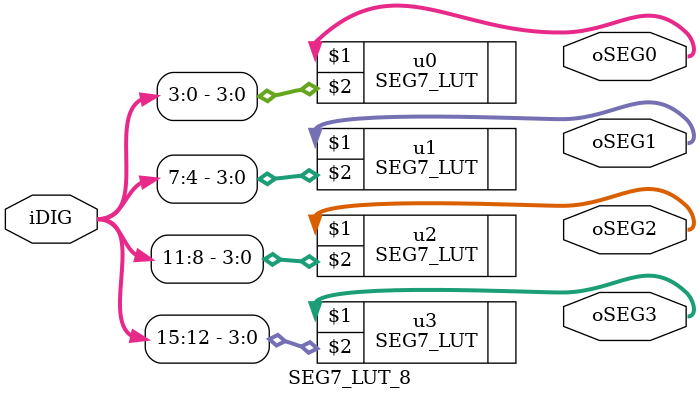
<source format=v>

module SEG7_LUT_8 (	oSEG0,oSEG1,oSEG2,oSEG3,iDIG );
input	[31:0]	iDIG;
output	[6:0]	oSEG0,oSEG1,oSEG2,oSEG3;

SEG7_LUT	u0	(	oSEG0,iDIG[3:0]		);
SEG7_LUT	u1	(	oSEG1,iDIG[7:4]		);
SEG7_LUT	u2	(	oSEG2,iDIG[11:8]	);
SEG7_LUT	u3	(	oSEG3,iDIG[15:12]	);


endmodule
</source>
